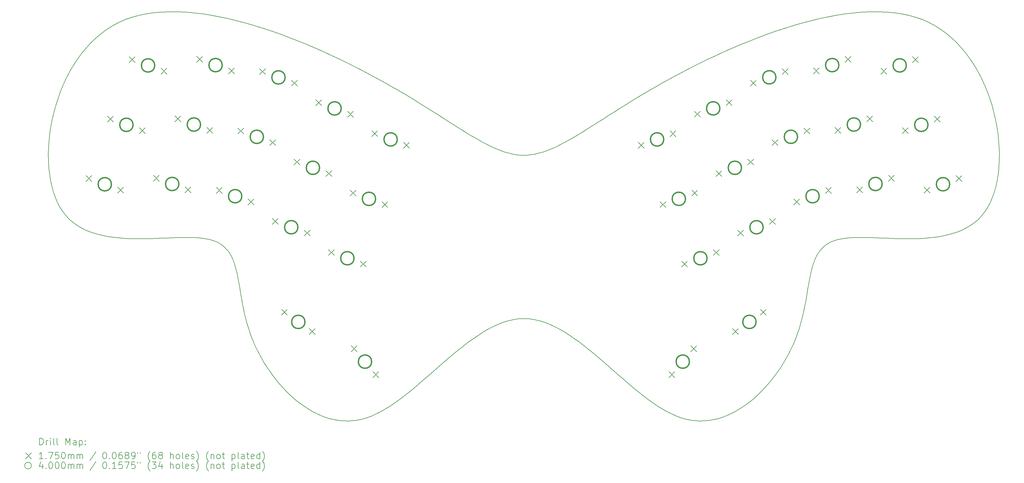
<source format=gbr>
%TF.GenerationSoftware,KiCad,Pcbnew,7.0.1-0*%
%TF.CreationDate,2023-05-23T20:01:44-04:00*%
%TF.ProjectId,fidrildi4,66696472-696c-4646-9934-2e6b69636164,rev?*%
%TF.SameCoordinates,Original*%
%TF.FileFunction,Drillmap*%
%TF.FilePolarity,Positive*%
%FSLAX45Y45*%
G04 Gerber Fmt 4.5, Leading zero omitted, Abs format (unit mm)*
G04 Created by KiCad (PCBNEW 7.0.1-0) date 2023-05-23 20:01:44*
%MOMM*%
%LPD*%
G01*
G04 APERTURE LIST*
%ADD10C,0.200000*%
%ADD11C,0.175000*%
%ADD12C,0.400000*%
G04 APERTURE END LIST*
D10*
X29172495Y-18301494D02*
X29220102Y-18171123D01*
X29263006Y-18041653D01*
X29301620Y-17913246D01*
X29336360Y-17786061D01*
X29367641Y-17660260D01*
X29395876Y-17536002D01*
X29421481Y-17413450D01*
X29444869Y-17292763D01*
X29466456Y-17174103D01*
X29486657Y-17057629D01*
X29505885Y-16943504D01*
X29524555Y-16831886D01*
X29543082Y-16722937D01*
X29561881Y-16616819D01*
X29581366Y-16513690D01*
X29601952Y-16413713D01*
X29624053Y-16317047D01*
X29648083Y-16223854D01*
X29674458Y-16134295D01*
X29703593Y-16048529D01*
X29735900Y-15966717D01*
X29771797Y-15889021D01*
X29811695Y-15815601D01*
X29856012Y-15746618D01*
X29905160Y-15682232D01*
X29959555Y-15622604D01*
X30019611Y-15567894D01*
X30085743Y-15518264D01*
X30158365Y-15473875D01*
X30237892Y-15434886D01*
X30324738Y-15401458D01*
X30419319Y-15373753D01*
X25722592Y-20730241D02*
X25863624Y-20770111D01*
X26003930Y-20798603D01*
X26143367Y-20816108D01*
X26281793Y-20823016D01*
X26419068Y-20819719D01*
X26555049Y-20806608D01*
X26689595Y-20784073D01*
X26822563Y-20752505D01*
X26953814Y-20712295D01*
X27083204Y-20663835D01*
X27210592Y-20607515D01*
X27335837Y-20543726D01*
X27458797Y-20472859D01*
X27579331Y-20395305D01*
X27697295Y-20311454D01*
X27812550Y-20221699D01*
X27924954Y-20126429D01*
X28034364Y-20026036D01*
X28140639Y-19920910D01*
X28243638Y-19811443D01*
X28343218Y-19698025D01*
X28439239Y-19581047D01*
X28531558Y-19460901D01*
X28620034Y-19337977D01*
X28704525Y-19212666D01*
X28784890Y-19085359D01*
X28860987Y-18956447D01*
X28932675Y-18826321D01*
X28999811Y-18695372D01*
X29062254Y-18563990D01*
X29119862Y-18432567D01*
X29172495Y-18301494D01*
X21000000Y-17747000D02*
X21150699Y-17754176D01*
X21301378Y-17775151D01*
X21452021Y-17809101D01*
X21602608Y-17855201D01*
X21753122Y-17912625D01*
X21903544Y-17980551D01*
X22053856Y-18058151D01*
X22204040Y-18144602D01*
X22354078Y-18239080D01*
X22503950Y-18340758D01*
X22653640Y-18448813D01*
X22803129Y-18562420D01*
X22952398Y-18680753D01*
X23101430Y-18802989D01*
X23250206Y-18928302D01*
X23398708Y-19055867D01*
X23546918Y-19184860D01*
X23694817Y-19314456D01*
X23842387Y-19443830D01*
X23989611Y-19572158D01*
X24136469Y-19698615D01*
X24282944Y-19822375D01*
X24429017Y-19942614D01*
X24574670Y-20058508D01*
X24719885Y-20169231D01*
X24864644Y-20273960D01*
X25008928Y-20371868D01*
X25152719Y-20462131D01*
X25296000Y-20543925D01*
X25438751Y-20616424D01*
X25580954Y-20678805D01*
X25722592Y-20730241D01*
X30419319Y-15373753D02*
X30521890Y-15351810D01*
X30632076Y-15335189D01*
X30749346Y-15323328D01*
X30873168Y-15315666D01*
X31003009Y-15311642D01*
X31138337Y-15310693D01*
X31278621Y-15312259D01*
X31423329Y-15315779D01*
X31571928Y-15320691D01*
X31723887Y-15326433D01*
X31878673Y-15332444D01*
X32035755Y-15338164D01*
X32194600Y-15343030D01*
X32354677Y-15346481D01*
X32515453Y-15347956D01*
X32676397Y-15346894D01*
X32836977Y-15342733D01*
X32996660Y-15334911D01*
X33154915Y-15322868D01*
X33311210Y-15306041D01*
X33465012Y-15283871D01*
X33615790Y-15255794D01*
X33763012Y-15221251D01*
X33906145Y-15179679D01*
X34044658Y-15130517D01*
X34178019Y-15073204D01*
X34305696Y-15007179D01*
X34427156Y-14931879D01*
X34541868Y-14846744D01*
X34649299Y-14751213D01*
X34748919Y-14644724D01*
X34840194Y-14526715D01*
X12827484Y-18301484D02*
X12880118Y-18432558D01*
X12937728Y-18563981D01*
X13000173Y-18695363D01*
X13067311Y-18826313D01*
X13139000Y-18956439D01*
X13215098Y-19085352D01*
X13295465Y-19212659D01*
X13379957Y-19337970D01*
X13468435Y-19460894D01*
X13560755Y-19581041D01*
X13656777Y-19698018D01*
X13756359Y-19811436D01*
X13859358Y-19920903D01*
X13965634Y-20026029D01*
X14075045Y-20126422D01*
X14187450Y-20221692D01*
X14302705Y-20311447D01*
X14420671Y-20395297D01*
X14541205Y-20472850D01*
X14664166Y-20543717D01*
X14789412Y-20607505D01*
X14916801Y-20663825D01*
X15046192Y-20712284D01*
X15177444Y-20752492D01*
X15310413Y-20784059D01*
X15444960Y-20806593D01*
X15580942Y-20819703D01*
X15718217Y-20822998D01*
X15856644Y-20816088D01*
X15996082Y-20798581D01*
X16136388Y-20770087D01*
X16277422Y-20730215D01*
X8854148Y-8847092D02*
X8667721Y-8945299D01*
X8489779Y-9056811D01*
X8320334Y-9180808D01*
X8159400Y-9316471D01*
X8006988Y-9462982D01*
X7863111Y-9619521D01*
X7727783Y-9785270D01*
X7601015Y-9959409D01*
X7482821Y-10141121D01*
X7373212Y-10329585D01*
X7272203Y-10523984D01*
X7179804Y-10723498D01*
X7096030Y-10927308D01*
X7020892Y-11134596D01*
X6954404Y-11344542D01*
X6896577Y-11556328D01*
X6847425Y-11769134D01*
X6806960Y-11982143D01*
X6775195Y-12194534D01*
X6752143Y-12405490D01*
X6737816Y-12614191D01*
X6732227Y-12819818D01*
X6735388Y-13021553D01*
X6747312Y-13218576D01*
X6768012Y-13410069D01*
X6797501Y-13595212D01*
X6835790Y-13773188D01*
X6882894Y-13943176D01*
X6938824Y-14104359D01*
X7003593Y-14255917D01*
X7077214Y-14397031D01*
X7159699Y-14526883D01*
X11580638Y-15373780D02*
X11675217Y-15401484D01*
X11762063Y-15434911D01*
X11841589Y-15473899D01*
X11914210Y-15518287D01*
X11980342Y-15567916D01*
X12040397Y-15622624D01*
X12094792Y-15682250D01*
X12143940Y-15746635D01*
X12188256Y-15815617D01*
X12228155Y-15889035D01*
X12264051Y-15966729D01*
X12296360Y-16048539D01*
X12325494Y-16134303D01*
X12351870Y-16223861D01*
X12375902Y-16317052D01*
X12398003Y-16413716D01*
X12418590Y-16513692D01*
X12438076Y-16616819D01*
X12456876Y-16722936D01*
X12475404Y-16831883D01*
X12494076Y-16943499D01*
X12513305Y-17057624D01*
X12533507Y-17174096D01*
X12555096Y-17292756D01*
X12578486Y-17413441D01*
X12604092Y-17535993D01*
X12632329Y-17660249D01*
X12663611Y-17786050D01*
X12698353Y-17913235D01*
X12736970Y-18041643D01*
X12779875Y-18171112D01*
X12827484Y-18301484D01*
X16277422Y-20730215D02*
X16419061Y-20678776D01*
X16561265Y-20616394D01*
X16704016Y-20543893D01*
X16847297Y-20462098D01*
X16991088Y-20371833D01*
X17135372Y-20273924D01*
X17280131Y-20169196D01*
X17425346Y-20058472D01*
X17570999Y-19942578D01*
X17717071Y-19822339D01*
X17863545Y-19698579D01*
X18010403Y-19572123D01*
X18157626Y-19443795D01*
X18305195Y-19314422D01*
X18453093Y-19184827D01*
X18601302Y-19055835D01*
X18749803Y-18928271D01*
X18898578Y-18802959D01*
X19047609Y-18680725D01*
X19196877Y-18562393D01*
X19346365Y-18448789D01*
X19496054Y-18340736D01*
X19645926Y-18239059D01*
X19795963Y-18144584D01*
X19946146Y-18058135D01*
X20096457Y-17980536D01*
X20246879Y-17912614D01*
X20397392Y-17855191D01*
X20547979Y-17809094D01*
X20698622Y-17775146D01*
X20849301Y-17754173D01*
X21000000Y-17747000D01*
X7159699Y-14526883D02*
X7250970Y-14644884D01*
X7350587Y-14751365D01*
X7458016Y-14846889D01*
X7572727Y-14932016D01*
X7694187Y-15007309D01*
X7821864Y-15073327D01*
X7955225Y-15130633D01*
X8093740Y-15179789D01*
X8236875Y-15221355D01*
X8384100Y-15255892D01*
X8534881Y-15283963D01*
X8688687Y-15306128D01*
X8844985Y-15322949D01*
X9003244Y-15334988D01*
X9162931Y-15342805D01*
X9323516Y-15346961D01*
X9484464Y-15348020D01*
X9645245Y-15346541D01*
X9805326Y-15343086D01*
X9964176Y-15338216D01*
X10121262Y-15332493D01*
X10276052Y-15326478D01*
X10428015Y-15320733D01*
X10576617Y-15315819D01*
X10721328Y-15312297D01*
X10861615Y-15310728D01*
X10996946Y-15311675D01*
X11126788Y-15315698D01*
X11250611Y-15323358D01*
X11367881Y-15335218D01*
X11478068Y-15351838D01*
X11580638Y-15373780D01*
X16632662Y-10551588D02*
X16416811Y-10434697D01*
X16194333Y-10317140D01*
X15965715Y-10199396D01*
X15731445Y-10081939D01*
X15492008Y-9965248D01*
X15247894Y-9849800D01*
X14999587Y-9736072D01*
X14747576Y-9624540D01*
X14492348Y-9515682D01*
X14234389Y-9409975D01*
X13974186Y-9307896D01*
X13712226Y-9209921D01*
X13448997Y-9116529D01*
X13184986Y-9028195D01*
X12920679Y-8945397D01*
X12656563Y-8868613D01*
X12393126Y-8798318D01*
X12130854Y-8734991D01*
X11870234Y-8679107D01*
X11611755Y-8631145D01*
X11355901Y-8591581D01*
X11103162Y-8560893D01*
X10854022Y-8539556D01*
X10608970Y-8528049D01*
X10368493Y-8526848D01*
X10133077Y-8536431D01*
X9903210Y-8557274D01*
X9679379Y-8589854D01*
X9462070Y-8634649D01*
X9251770Y-8692136D01*
X9048968Y-8762791D01*
X8854148Y-8847092D01*
X25367370Y-10551572D02*
X25158515Y-10667372D01*
X24956553Y-10781874D01*
X24761261Y-10894920D01*
X24572418Y-11006355D01*
X24389800Y-11116023D01*
X24213186Y-11223768D01*
X24042353Y-11329435D01*
X23877079Y-11432867D01*
X23717141Y-11533909D01*
X23562317Y-11632404D01*
X23412385Y-11728198D01*
X23267122Y-11821133D01*
X23126306Y-11911055D01*
X22989715Y-11997806D01*
X22857126Y-12081232D01*
X22728317Y-12161177D01*
X22603066Y-12237484D01*
X22481150Y-12309998D01*
X22362347Y-12378563D01*
X22246434Y-12443022D01*
X22133189Y-12503221D01*
X22022391Y-12559003D01*
X21913816Y-12610212D01*
X21807242Y-12656693D01*
X21702446Y-12698289D01*
X21599207Y-12734846D01*
X21497303Y-12766205D01*
X21396510Y-12792213D01*
X21296606Y-12812713D01*
X21197370Y-12827549D01*
X21098578Y-12836566D01*
X21000008Y-12839607D01*
X21000008Y-12839607D02*
X20901438Y-12836568D01*
X20802647Y-12827554D01*
X20703410Y-12812720D01*
X20603507Y-12792222D01*
X20502714Y-12766216D01*
X20400810Y-12734858D01*
X20297572Y-12698303D01*
X20192777Y-12656708D01*
X20086204Y-12610229D01*
X19977629Y-12559021D01*
X19866831Y-12503240D01*
X19753587Y-12443042D01*
X19637676Y-12378583D01*
X19518873Y-12310019D01*
X19396958Y-12237506D01*
X19271707Y-12161199D01*
X19142899Y-12081255D01*
X19010311Y-11997829D01*
X18873721Y-11911077D01*
X18732905Y-11821156D01*
X18587643Y-11728220D01*
X18437712Y-11632427D01*
X18282889Y-11533931D01*
X18122951Y-11432889D01*
X17957677Y-11329456D01*
X17786845Y-11223789D01*
X17610231Y-11116043D01*
X17427614Y-11006374D01*
X17238771Y-10894938D01*
X17043479Y-10781892D01*
X16841517Y-10667389D01*
X16632662Y-10551588D01*
X33145834Y-8847105D02*
X32951017Y-8762804D01*
X32748217Y-8692148D01*
X32537919Y-8634661D01*
X32320613Y-8589865D01*
X32096783Y-8557284D01*
X31866918Y-8536440D01*
X31631505Y-8526857D01*
X31391030Y-8528057D01*
X31145980Y-8539563D01*
X30896843Y-8560899D01*
X30644105Y-8591587D01*
X30388254Y-8631150D01*
X30129776Y-8679111D01*
X29869159Y-8734993D01*
X29606889Y-8798320D01*
X29343453Y-8868613D01*
X29079339Y-8945397D01*
X28815034Y-9028194D01*
X28551024Y-9116526D01*
X28287796Y-9209918D01*
X28025838Y-9307891D01*
X27765637Y-9409970D01*
X27507679Y-9515676D01*
X27252451Y-9624533D01*
X27000441Y-9736063D01*
X26752136Y-9849791D01*
X26508022Y-9965238D01*
X26268586Y-10081927D01*
X26034316Y-10199383D01*
X25805699Y-10317127D01*
X25583221Y-10434682D01*
X25367370Y-10551572D01*
X34840194Y-14526715D02*
X34922683Y-14396856D01*
X34996308Y-14255737D01*
X35061081Y-14104176D01*
X35117015Y-13942992D01*
X35164122Y-13773003D01*
X35202415Y-13595029D01*
X35231907Y-13409889D01*
X35252610Y-13218400D01*
X35264538Y-13021383D01*
X35267702Y-12819655D01*
X35262116Y-12614035D01*
X35247792Y-12405343D01*
X35224742Y-12194396D01*
X35192980Y-11982015D01*
X35152518Y-11769016D01*
X35103368Y-11556220D01*
X35045544Y-11344445D01*
X34979058Y-11134510D01*
X34903923Y-10927233D01*
X34820151Y-10723434D01*
X34727755Y-10523931D01*
X34626747Y-10329542D01*
X34517141Y-10141088D01*
X34398949Y-9959385D01*
X34272184Y-9785254D01*
X34136857Y-9619513D01*
X33992983Y-9462980D01*
X33840574Y-9316475D01*
X33679641Y-9180816D01*
X33510198Y-9056823D01*
X33332259Y-8945313D01*
X33145834Y-8847105D01*
D11*
X7859772Y-13450008D02*
X8034772Y-13625008D01*
X8034772Y-13450008D02*
X7859772Y-13625008D01*
X8508772Y-11664008D02*
X8683772Y-11839008D01*
X8683772Y-11664008D02*
X8508772Y-11839008D01*
X8814500Y-13797500D02*
X8989500Y-13972500D01*
X8989500Y-13797500D02*
X8814500Y-13972500D01*
X9158772Y-9879008D02*
X9333772Y-10054008D01*
X9333772Y-9879008D02*
X9158772Y-10054008D01*
X9463500Y-12011500D02*
X9638500Y-12186500D01*
X9638500Y-12011500D02*
X9463500Y-12186500D01*
X9883136Y-13441754D02*
X10058136Y-13616754D01*
X10058136Y-13441754D02*
X9883136Y-13616754D01*
X10113500Y-10226500D02*
X10288500Y-10401500D01*
X10288500Y-10226500D02*
X10113500Y-10401500D01*
X10533500Y-11655500D02*
X10708500Y-11830500D01*
X10708500Y-11655500D02*
X10533500Y-11830500D01*
X10837864Y-13789246D02*
X11012864Y-13964246D01*
X11012864Y-13789246D02*
X10837864Y-13964246D01*
X11184136Y-9869754D02*
X11359136Y-10044754D01*
X11359136Y-9869754D02*
X11184136Y-10044754D01*
X11488228Y-12002992D02*
X11663228Y-12177992D01*
X11663228Y-12002992D02*
X11488228Y-12177992D01*
X11771772Y-13809008D02*
X11946772Y-13984008D01*
X11946772Y-13809008D02*
X11771772Y-13984008D01*
X12138864Y-10217246D02*
X12313864Y-10392246D01*
X12313864Y-10217246D02*
X12138864Y-10392246D01*
X12421500Y-12024500D02*
X12596500Y-12199500D01*
X12596500Y-12024500D02*
X12421500Y-12199500D01*
X12726500Y-14156500D02*
X12901500Y-14331500D01*
X12901500Y-14156500D02*
X12726500Y-14331500D01*
X13071772Y-10239008D02*
X13246772Y-10414008D01*
X13246772Y-10239008D02*
X13071772Y-10414008D01*
X13376228Y-12371992D02*
X13551228Y-12546992D01*
X13551228Y-12371992D02*
X13376228Y-12546992D01*
X13454772Y-14741008D02*
X13629772Y-14916008D01*
X13629772Y-14741008D02*
X13454772Y-14916008D01*
X13728371Y-17468123D02*
X13903371Y-17643123D01*
X13903371Y-17468123D02*
X13728371Y-17643123D01*
X14026500Y-10586500D02*
X14201500Y-10761500D01*
X14201500Y-10586500D02*
X14026500Y-10761500D01*
X14104772Y-12955500D02*
X14279772Y-13130500D01*
X14279772Y-12955500D02*
X14104772Y-13130500D01*
X14409500Y-15088500D02*
X14584500Y-15263500D01*
X14584500Y-15088500D02*
X14409500Y-15263500D01*
X14560629Y-18050877D02*
X14735629Y-18225877D01*
X14735629Y-18050877D02*
X14560629Y-18225877D01*
X14754772Y-11171008D02*
X14929772Y-11346008D01*
X14929772Y-11171008D02*
X14754772Y-11346008D01*
X15059500Y-13302992D02*
X15234500Y-13477992D01*
X15234500Y-13302992D02*
X15059500Y-13477992D01*
X15138772Y-15673008D02*
X15313772Y-15848008D01*
X15313772Y-15673008D02*
X15138772Y-15848008D01*
X15709500Y-11518500D02*
X15884500Y-11693500D01*
X15884500Y-11518500D02*
X15709500Y-11693500D01*
X15786772Y-13888008D02*
X15961772Y-14063008D01*
X15961772Y-13888008D02*
X15786772Y-14063008D01*
X15818964Y-18563349D02*
X15993964Y-18738349D01*
X15993964Y-18563349D02*
X15818964Y-18738349D01*
X16093500Y-16020500D02*
X16268500Y-16195500D01*
X16268500Y-16020500D02*
X16093500Y-16195500D01*
X16436772Y-12102008D02*
X16611772Y-12277008D01*
X16611772Y-12102008D02*
X16436772Y-12277008D01*
X16472036Y-19341651D02*
X16647036Y-19516651D01*
X16647036Y-19341651D02*
X16472036Y-19516651D01*
X16741500Y-14235500D02*
X16916500Y-14410500D01*
X16916500Y-14235500D02*
X16741500Y-14410500D01*
X17391500Y-12449500D02*
X17566500Y-12624500D01*
X17566500Y-12449500D02*
X17391500Y-12624500D01*
X24432240Y-12449874D02*
X24607240Y-12624874D01*
X24607240Y-12449874D02*
X24432240Y-12624874D01*
X25083772Y-14234992D02*
X25258772Y-14409992D01*
X25258772Y-14234992D02*
X25083772Y-14409992D01*
X25352964Y-19341651D02*
X25527964Y-19516651D01*
X25527964Y-19341651D02*
X25352964Y-19516651D01*
X25386968Y-12102381D02*
X25561968Y-12277381D01*
X25561968Y-12102381D02*
X25386968Y-12277381D01*
X25732772Y-16020992D02*
X25907772Y-16195992D01*
X25907772Y-16020992D02*
X25732772Y-16195992D01*
X26006036Y-18563349D02*
X26181036Y-18738349D01*
X26181036Y-18563349D02*
X26006036Y-18738349D01*
X26038500Y-13887500D02*
X26213500Y-14062500D01*
X26213500Y-13887500D02*
X26038500Y-14062500D01*
X26116136Y-11517246D02*
X26291136Y-11692246D01*
X26291136Y-11517246D02*
X26116136Y-11692246D01*
X26687500Y-15673500D02*
X26862500Y-15848500D01*
X26862500Y-15673500D02*
X26687500Y-15848500D01*
X26765772Y-13302992D02*
X26940772Y-13477992D01*
X26940772Y-13302992D02*
X26765772Y-13477992D01*
X27070864Y-11169754D02*
X27245864Y-11344754D01*
X27245864Y-11169754D02*
X27070864Y-11344754D01*
X27264371Y-18050877D02*
X27439371Y-18225877D01*
X27439371Y-18050877D02*
X27264371Y-18225877D01*
X27415500Y-15089500D02*
X27590500Y-15264500D01*
X27590500Y-15089500D02*
X27415500Y-15264500D01*
X27720500Y-12955500D02*
X27895500Y-13130500D01*
X27895500Y-12955500D02*
X27720500Y-13130500D01*
X27798500Y-10584500D02*
X27973500Y-10759500D01*
X27973500Y-10584500D02*
X27798500Y-10759500D01*
X28096629Y-17468123D02*
X28271629Y-17643123D01*
X28271629Y-17468123D02*
X28096629Y-17643123D01*
X28370228Y-14742008D02*
X28545228Y-14917008D01*
X28545228Y-14742008D02*
X28370228Y-14917008D01*
X28447500Y-12371500D02*
X28622500Y-12546500D01*
X28622500Y-12371500D02*
X28447500Y-12546500D01*
X28753228Y-10237008D02*
X28928228Y-10412008D01*
X28928228Y-10237008D02*
X28753228Y-10412008D01*
X29097500Y-14156500D02*
X29272500Y-14331500D01*
X29272500Y-14156500D02*
X29097500Y-14331500D01*
X29402228Y-12024008D02*
X29577228Y-12199008D01*
X29577228Y-12024008D02*
X29402228Y-12199008D01*
X29686500Y-10217500D02*
X29861500Y-10392500D01*
X29861500Y-10217500D02*
X29686500Y-10392500D01*
X30052228Y-13809008D02*
X30227228Y-13984008D01*
X30227228Y-13809008D02*
X30052228Y-13984008D01*
X30336500Y-12002500D02*
X30511500Y-12177500D01*
X30511500Y-12002500D02*
X30336500Y-12177500D01*
X30641228Y-9870008D02*
X30816228Y-10045008D01*
X30816228Y-9870008D02*
X30641228Y-10045008D01*
X30985136Y-13788246D02*
X31160136Y-13963246D01*
X31160136Y-13788246D02*
X30985136Y-13963246D01*
X31291228Y-11655008D02*
X31466228Y-11830008D01*
X31466228Y-11655008D02*
X31291228Y-11830008D01*
X31711500Y-10225500D02*
X31886500Y-10400500D01*
X31886500Y-10225500D02*
X31711500Y-10400500D01*
X31939864Y-13440754D02*
X32114864Y-13615754D01*
X32114864Y-13440754D02*
X31939864Y-13615754D01*
X32360500Y-12011500D02*
X32535500Y-12186500D01*
X32535500Y-12011500D02*
X32360500Y-12186500D01*
X32666228Y-9878008D02*
X32841228Y-10053008D01*
X32841228Y-9878008D02*
X32666228Y-10053008D01*
X33011500Y-13796500D02*
X33186500Y-13971500D01*
X33186500Y-13796500D02*
X33011500Y-13971500D01*
X33315228Y-11664008D02*
X33490228Y-11839008D01*
X33490228Y-11664008D02*
X33315228Y-11839008D01*
X33966228Y-13449008D02*
X34141228Y-13624008D01*
X34141228Y-13449008D02*
X33966228Y-13624008D01*
D12*
X8624636Y-13711254D02*
G75*
G03*
X8624636Y-13711254I-200000J0D01*
G01*
X9273636Y-11925254D02*
G75*
G03*
X9273636Y-11925254I-200000J0D01*
G01*
X9923636Y-10140254D02*
G75*
G03*
X9923636Y-10140254I-200000J0D01*
G01*
X10648000Y-13703000D02*
G75*
G03*
X10648000Y-13703000I-200000J0D01*
G01*
X11298364Y-11916746D02*
G75*
G03*
X11298364Y-11916746I-200000J0D01*
G01*
X11949000Y-10131000D02*
G75*
G03*
X11949000Y-10131000I-200000J0D01*
G01*
X12536636Y-14070254D02*
G75*
G03*
X12536636Y-14070254I-200000J0D01*
G01*
X13186364Y-12285746D02*
G75*
G03*
X13186364Y-12285746I-200000J0D01*
G01*
X13836636Y-10500254D02*
G75*
G03*
X13836636Y-10500254I-200000J0D01*
G01*
X14219636Y-15002254D02*
G75*
G03*
X14219636Y-15002254I-200000J0D01*
G01*
X14432000Y-17847000D02*
G75*
G03*
X14432000Y-17847000I-200000J0D01*
G01*
X14869636Y-13216746D02*
G75*
G03*
X14869636Y-13216746I-200000J0D01*
G01*
X15519636Y-11432254D02*
G75*
G03*
X15519636Y-11432254I-200000J0D01*
G01*
X15903636Y-15934254D02*
G75*
G03*
X15903636Y-15934254I-200000J0D01*
G01*
X16433000Y-19040000D02*
G75*
G03*
X16433000Y-19040000I-200000J0D01*
G01*
X16551636Y-14149254D02*
G75*
G03*
X16551636Y-14149254I-200000J0D01*
G01*
X17201636Y-12363254D02*
G75*
G03*
X17201636Y-12363254I-200000J0D01*
G01*
X25197104Y-12363628D02*
G75*
G03*
X25197104Y-12363628I-200000J0D01*
G01*
X25848636Y-14148746D02*
G75*
G03*
X25848636Y-14148746I-200000J0D01*
G01*
X25967000Y-19040000D02*
G75*
G03*
X25967000Y-19040000I-200000J0D01*
G01*
X26497636Y-15934746D02*
G75*
G03*
X26497636Y-15934746I-200000J0D01*
G01*
X26881000Y-11431000D02*
G75*
G03*
X26881000Y-11431000I-200000J0D01*
G01*
X27530636Y-13216746D02*
G75*
G03*
X27530636Y-13216746I-200000J0D01*
G01*
X27968000Y-17847000D02*
G75*
G03*
X27968000Y-17847000I-200000J0D01*
G01*
X28180364Y-15003254D02*
G75*
G03*
X28180364Y-15003254I-200000J0D01*
G01*
X28563364Y-10498254D02*
G75*
G03*
X28563364Y-10498254I-200000J0D01*
G01*
X29212364Y-12285254D02*
G75*
G03*
X29212364Y-12285254I-200000J0D01*
G01*
X29862364Y-14070254D02*
G75*
G03*
X29862364Y-14070254I-200000J0D01*
G01*
X30451364Y-10131254D02*
G75*
G03*
X30451364Y-10131254I-200000J0D01*
G01*
X31101364Y-11916254D02*
G75*
G03*
X31101364Y-11916254I-200000J0D01*
G01*
X31750000Y-13702000D02*
G75*
G03*
X31750000Y-13702000I-200000J0D01*
G01*
X32476364Y-10139254D02*
G75*
G03*
X32476364Y-10139254I-200000J0D01*
G01*
X33125364Y-11925254D02*
G75*
G03*
X33125364Y-11925254I-200000J0D01*
G01*
X33776364Y-13710254D02*
G75*
G03*
X33776364Y-13710254I-200000J0D01*
G01*
D10*
X6470155Y-21540121D02*
X6470155Y-21340121D01*
X6470155Y-21340121D02*
X6517774Y-21340121D01*
X6517774Y-21340121D02*
X6546346Y-21349645D01*
X6546346Y-21349645D02*
X6565393Y-21368692D01*
X6565393Y-21368692D02*
X6574917Y-21387740D01*
X6574917Y-21387740D02*
X6584441Y-21425835D01*
X6584441Y-21425835D02*
X6584441Y-21454407D01*
X6584441Y-21454407D02*
X6574917Y-21492502D01*
X6574917Y-21492502D02*
X6565393Y-21511549D01*
X6565393Y-21511549D02*
X6546346Y-21530597D01*
X6546346Y-21530597D02*
X6517774Y-21540121D01*
X6517774Y-21540121D02*
X6470155Y-21540121D01*
X6670155Y-21540121D02*
X6670155Y-21406787D01*
X6670155Y-21444883D02*
X6679679Y-21425835D01*
X6679679Y-21425835D02*
X6689203Y-21416311D01*
X6689203Y-21416311D02*
X6708250Y-21406787D01*
X6708250Y-21406787D02*
X6727298Y-21406787D01*
X6793965Y-21540121D02*
X6793965Y-21406787D01*
X6793965Y-21340121D02*
X6784441Y-21349645D01*
X6784441Y-21349645D02*
X6793965Y-21359168D01*
X6793965Y-21359168D02*
X6803489Y-21349645D01*
X6803489Y-21349645D02*
X6793965Y-21340121D01*
X6793965Y-21340121D02*
X6793965Y-21359168D01*
X6917774Y-21540121D02*
X6898727Y-21530597D01*
X6898727Y-21530597D02*
X6889203Y-21511549D01*
X6889203Y-21511549D02*
X6889203Y-21340121D01*
X7022536Y-21540121D02*
X7003489Y-21530597D01*
X7003489Y-21530597D02*
X6993965Y-21511549D01*
X6993965Y-21511549D02*
X6993965Y-21340121D01*
X7251108Y-21540121D02*
X7251108Y-21340121D01*
X7251108Y-21340121D02*
X7317774Y-21482978D01*
X7317774Y-21482978D02*
X7384441Y-21340121D01*
X7384441Y-21340121D02*
X7384441Y-21540121D01*
X7565393Y-21540121D02*
X7565393Y-21435359D01*
X7565393Y-21435359D02*
X7555870Y-21416311D01*
X7555870Y-21416311D02*
X7536822Y-21406787D01*
X7536822Y-21406787D02*
X7498727Y-21406787D01*
X7498727Y-21406787D02*
X7479679Y-21416311D01*
X7565393Y-21530597D02*
X7546346Y-21540121D01*
X7546346Y-21540121D02*
X7498727Y-21540121D01*
X7498727Y-21540121D02*
X7479679Y-21530597D01*
X7479679Y-21530597D02*
X7470155Y-21511549D01*
X7470155Y-21511549D02*
X7470155Y-21492502D01*
X7470155Y-21492502D02*
X7479679Y-21473454D01*
X7479679Y-21473454D02*
X7498727Y-21463930D01*
X7498727Y-21463930D02*
X7546346Y-21463930D01*
X7546346Y-21463930D02*
X7565393Y-21454407D01*
X7660631Y-21406787D02*
X7660631Y-21606787D01*
X7660631Y-21416311D02*
X7679679Y-21406787D01*
X7679679Y-21406787D02*
X7717774Y-21406787D01*
X7717774Y-21406787D02*
X7736822Y-21416311D01*
X7736822Y-21416311D02*
X7746346Y-21425835D01*
X7746346Y-21425835D02*
X7755870Y-21444883D01*
X7755870Y-21444883D02*
X7755870Y-21502026D01*
X7755870Y-21502026D02*
X7746346Y-21521073D01*
X7746346Y-21521073D02*
X7736822Y-21530597D01*
X7736822Y-21530597D02*
X7717774Y-21540121D01*
X7717774Y-21540121D02*
X7679679Y-21540121D01*
X7679679Y-21540121D02*
X7660631Y-21530597D01*
X7841584Y-21521073D02*
X7851108Y-21530597D01*
X7851108Y-21530597D02*
X7841584Y-21540121D01*
X7841584Y-21540121D02*
X7832060Y-21530597D01*
X7832060Y-21530597D02*
X7841584Y-21521073D01*
X7841584Y-21521073D02*
X7841584Y-21540121D01*
X7841584Y-21416311D02*
X7851108Y-21425835D01*
X7851108Y-21425835D02*
X7841584Y-21435359D01*
X7841584Y-21435359D02*
X7832060Y-21425835D01*
X7832060Y-21425835D02*
X7841584Y-21416311D01*
X7841584Y-21416311D02*
X7841584Y-21435359D01*
D11*
X6047536Y-21780097D02*
X6222536Y-21955097D01*
X6222536Y-21780097D02*
X6047536Y-21955097D01*
D10*
X6574917Y-21960121D02*
X6460631Y-21960121D01*
X6517774Y-21960121D02*
X6517774Y-21760121D01*
X6517774Y-21760121D02*
X6498727Y-21788692D01*
X6498727Y-21788692D02*
X6479679Y-21807740D01*
X6479679Y-21807740D02*
X6460631Y-21817264D01*
X6660631Y-21941073D02*
X6670155Y-21950597D01*
X6670155Y-21950597D02*
X6660631Y-21960121D01*
X6660631Y-21960121D02*
X6651108Y-21950597D01*
X6651108Y-21950597D02*
X6660631Y-21941073D01*
X6660631Y-21941073D02*
X6660631Y-21960121D01*
X6736822Y-21760121D02*
X6870155Y-21760121D01*
X6870155Y-21760121D02*
X6784441Y-21960121D01*
X7041584Y-21760121D02*
X6946346Y-21760121D01*
X6946346Y-21760121D02*
X6936822Y-21855359D01*
X6936822Y-21855359D02*
X6946346Y-21845835D01*
X6946346Y-21845835D02*
X6965393Y-21836311D01*
X6965393Y-21836311D02*
X7013012Y-21836311D01*
X7013012Y-21836311D02*
X7032060Y-21845835D01*
X7032060Y-21845835D02*
X7041584Y-21855359D01*
X7041584Y-21855359D02*
X7051108Y-21874407D01*
X7051108Y-21874407D02*
X7051108Y-21922026D01*
X7051108Y-21922026D02*
X7041584Y-21941073D01*
X7041584Y-21941073D02*
X7032060Y-21950597D01*
X7032060Y-21950597D02*
X7013012Y-21960121D01*
X7013012Y-21960121D02*
X6965393Y-21960121D01*
X6965393Y-21960121D02*
X6946346Y-21950597D01*
X6946346Y-21950597D02*
X6936822Y-21941073D01*
X7174917Y-21760121D02*
X7193965Y-21760121D01*
X7193965Y-21760121D02*
X7213012Y-21769645D01*
X7213012Y-21769645D02*
X7222536Y-21779168D01*
X7222536Y-21779168D02*
X7232060Y-21798216D01*
X7232060Y-21798216D02*
X7241584Y-21836311D01*
X7241584Y-21836311D02*
X7241584Y-21883930D01*
X7241584Y-21883930D02*
X7232060Y-21922026D01*
X7232060Y-21922026D02*
X7222536Y-21941073D01*
X7222536Y-21941073D02*
X7213012Y-21950597D01*
X7213012Y-21950597D02*
X7193965Y-21960121D01*
X7193965Y-21960121D02*
X7174917Y-21960121D01*
X7174917Y-21960121D02*
X7155870Y-21950597D01*
X7155870Y-21950597D02*
X7146346Y-21941073D01*
X7146346Y-21941073D02*
X7136822Y-21922026D01*
X7136822Y-21922026D02*
X7127298Y-21883930D01*
X7127298Y-21883930D02*
X7127298Y-21836311D01*
X7127298Y-21836311D02*
X7136822Y-21798216D01*
X7136822Y-21798216D02*
X7146346Y-21779168D01*
X7146346Y-21779168D02*
X7155870Y-21769645D01*
X7155870Y-21769645D02*
X7174917Y-21760121D01*
X7327298Y-21960121D02*
X7327298Y-21826787D01*
X7327298Y-21845835D02*
X7336822Y-21836311D01*
X7336822Y-21836311D02*
X7355870Y-21826787D01*
X7355870Y-21826787D02*
X7384441Y-21826787D01*
X7384441Y-21826787D02*
X7403489Y-21836311D01*
X7403489Y-21836311D02*
X7413012Y-21855359D01*
X7413012Y-21855359D02*
X7413012Y-21960121D01*
X7413012Y-21855359D02*
X7422536Y-21836311D01*
X7422536Y-21836311D02*
X7441584Y-21826787D01*
X7441584Y-21826787D02*
X7470155Y-21826787D01*
X7470155Y-21826787D02*
X7489203Y-21836311D01*
X7489203Y-21836311D02*
X7498727Y-21855359D01*
X7498727Y-21855359D02*
X7498727Y-21960121D01*
X7593965Y-21960121D02*
X7593965Y-21826787D01*
X7593965Y-21845835D02*
X7603489Y-21836311D01*
X7603489Y-21836311D02*
X7622536Y-21826787D01*
X7622536Y-21826787D02*
X7651108Y-21826787D01*
X7651108Y-21826787D02*
X7670155Y-21836311D01*
X7670155Y-21836311D02*
X7679679Y-21855359D01*
X7679679Y-21855359D02*
X7679679Y-21960121D01*
X7679679Y-21855359D02*
X7689203Y-21836311D01*
X7689203Y-21836311D02*
X7708251Y-21826787D01*
X7708251Y-21826787D02*
X7736822Y-21826787D01*
X7736822Y-21826787D02*
X7755870Y-21836311D01*
X7755870Y-21836311D02*
X7765393Y-21855359D01*
X7765393Y-21855359D02*
X7765393Y-21960121D01*
X8155870Y-21750597D02*
X7984441Y-22007740D01*
X8413013Y-21760121D02*
X8432060Y-21760121D01*
X8432060Y-21760121D02*
X8451108Y-21769645D01*
X8451108Y-21769645D02*
X8460632Y-21779168D01*
X8460632Y-21779168D02*
X8470156Y-21798216D01*
X8470156Y-21798216D02*
X8479679Y-21836311D01*
X8479679Y-21836311D02*
X8479679Y-21883930D01*
X8479679Y-21883930D02*
X8470156Y-21922026D01*
X8470156Y-21922026D02*
X8460632Y-21941073D01*
X8460632Y-21941073D02*
X8451108Y-21950597D01*
X8451108Y-21950597D02*
X8432060Y-21960121D01*
X8432060Y-21960121D02*
X8413013Y-21960121D01*
X8413013Y-21960121D02*
X8393965Y-21950597D01*
X8393965Y-21950597D02*
X8384441Y-21941073D01*
X8384441Y-21941073D02*
X8374917Y-21922026D01*
X8374917Y-21922026D02*
X8365394Y-21883930D01*
X8365394Y-21883930D02*
X8365394Y-21836311D01*
X8365394Y-21836311D02*
X8374917Y-21798216D01*
X8374917Y-21798216D02*
X8384441Y-21779168D01*
X8384441Y-21779168D02*
X8393965Y-21769645D01*
X8393965Y-21769645D02*
X8413013Y-21760121D01*
X8565394Y-21941073D02*
X8574917Y-21950597D01*
X8574917Y-21950597D02*
X8565394Y-21960121D01*
X8565394Y-21960121D02*
X8555870Y-21950597D01*
X8555870Y-21950597D02*
X8565394Y-21941073D01*
X8565394Y-21941073D02*
X8565394Y-21960121D01*
X8698727Y-21760121D02*
X8717775Y-21760121D01*
X8717775Y-21760121D02*
X8736822Y-21769645D01*
X8736822Y-21769645D02*
X8746346Y-21779168D01*
X8746346Y-21779168D02*
X8755870Y-21798216D01*
X8755870Y-21798216D02*
X8765394Y-21836311D01*
X8765394Y-21836311D02*
X8765394Y-21883930D01*
X8765394Y-21883930D02*
X8755870Y-21922026D01*
X8755870Y-21922026D02*
X8746346Y-21941073D01*
X8746346Y-21941073D02*
X8736822Y-21950597D01*
X8736822Y-21950597D02*
X8717775Y-21960121D01*
X8717775Y-21960121D02*
X8698727Y-21960121D01*
X8698727Y-21960121D02*
X8679679Y-21950597D01*
X8679679Y-21950597D02*
X8670156Y-21941073D01*
X8670156Y-21941073D02*
X8660632Y-21922026D01*
X8660632Y-21922026D02*
X8651108Y-21883930D01*
X8651108Y-21883930D02*
X8651108Y-21836311D01*
X8651108Y-21836311D02*
X8660632Y-21798216D01*
X8660632Y-21798216D02*
X8670156Y-21779168D01*
X8670156Y-21779168D02*
X8679679Y-21769645D01*
X8679679Y-21769645D02*
X8698727Y-21760121D01*
X8936822Y-21760121D02*
X8898727Y-21760121D01*
X8898727Y-21760121D02*
X8879679Y-21769645D01*
X8879679Y-21769645D02*
X8870156Y-21779168D01*
X8870156Y-21779168D02*
X8851108Y-21807740D01*
X8851108Y-21807740D02*
X8841584Y-21845835D01*
X8841584Y-21845835D02*
X8841584Y-21922026D01*
X8841584Y-21922026D02*
X8851108Y-21941073D01*
X8851108Y-21941073D02*
X8860632Y-21950597D01*
X8860632Y-21950597D02*
X8879679Y-21960121D01*
X8879679Y-21960121D02*
X8917775Y-21960121D01*
X8917775Y-21960121D02*
X8936822Y-21950597D01*
X8936822Y-21950597D02*
X8946346Y-21941073D01*
X8946346Y-21941073D02*
X8955870Y-21922026D01*
X8955870Y-21922026D02*
X8955870Y-21874407D01*
X8955870Y-21874407D02*
X8946346Y-21855359D01*
X8946346Y-21855359D02*
X8936822Y-21845835D01*
X8936822Y-21845835D02*
X8917775Y-21836311D01*
X8917775Y-21836311D02*
X8879679Y-21836311D01*
X8879679Y-21836311D02*
X8860632Y-21845835D01*
X8860632Y-21845835D02*
X8851108Y-21855359D01*
X8851108Y-21855359D02*
X8841584Y-21874407D01*
X9070156Y-21845835D02*
X9051108Y-21836311D01*
X9051108Y-21836311D02*
X9041584Y-21826787D01*
X9041584Y-21826787D02*
X9032060Y-21807740D01*
X9032060Y-21807740D02*
X9032060Y-21798216D01*
X9032060Y-21798216D02*
X9041584Y-21779168D01*
X9041584Y-21779168D02*
X9051108Y-21769645D01*
X9051108Y-21769645D02*
X9070156Y-21760121D01*
X9070156Y-21760121D02*
X9108251Y-21760121D01*
X9108251Y-21760121D02*
X9127298Y-21769645D01*
X9127298Y-21769645D02*
X9136822Y-21779168D01*
X9136822Y-21779168D02*
X9146346Y-21798216D01*
X9146346Y-21798216D02*
X9146346Y-21807740D01*
X9146346Y-21807740D02*
X9136822Y-21826787D01*
X9136822Y-21826787D02*
X9127298Y-21836311D01*
X9127298Y-21836311D02*
X9108251Y-21845835D01*
X9108251Y-21845835D02*
X9070156Y-21845835D01*
X9070156Y-21845835D02*
X9051108Y-21855359D01*
X9051108Y-21855359D02*
X9041584Y-21864883D01*
X9041584Y-21864883D02*
X9032060Y-21883930D01*
X9032060Y-21883930D02*
X9032060Y-21922026D01*
X9032060Y-21922026D02*
X9041584Y-21941073D01*
X9041584Y-21941073D02*
X9051108Y-21950597D01*
X9051108Y-21950597D02*
X9070156Y-21960121D01*
X9070156Y-21960121D02*
X9108251Y-21960121D01*
X9108251Y-21960121D02*
X9127298Y-21950597D01*
X9127298Y-21950597D02*
X9136822Y-21941073D01*
X9136822Y-21941073D02*
X9146346Y-21922026D01*
X9146346Y-21922026D02*
X9146346Y-21883930D01*
X9146346Y-21883930D02*
X9136822Y-21864883D01*
X9136822Y-21864883D02*
X9127298Y-21855359D01*
X9127298Y-21855359D02*
X9108251Y-21845835D01*
X9241584Y-21960121D02*
X9279679Y-21960121D01*
X9279679Y-21960121D02*
X9298727Y-21950597D01*
X9298727Y-21950597D02*
X9308251Y-21941073D01*
X9308251Y-21941073D02*
X9327298Y-21912502D01*
X9327298Y-21912502D02*
X9336822Y-21874407D01*
X9336822Y-21874407D02*
X9336822Y-21798216D01*
X9336822Y-21798216D02*
X9327298Y-21779168D01*
X9327298Y-21779168D02*
X9317775Y-21769645D01*
X9317775Y-21769645D02*
X9298727Y-21760121D01*
X9298727Y-21760121D02*
X9260632Y-21760121D01*
X9260632Y-21760121D02*
X9241584Y-21769645D01*
X9241584Y-21769645D02*
X9232060Y-21779168D01*
X9232060Y-21779168D02*
X9222537Y-21798216D01*
X9222537Y-21798216D02*
X9222537Y-21845835D01*
X9222537Y-21845835D02*
X9232060Y-21864883D01*
X9232060Y-21864883D02*
X9241584Y-21874407D01*
X9241584Y-21874407D02*
X9260632Y-21883930D01*
X9260632Y-21883930D02*
X9298727Y-21883930D01*
X9298727Y-21883930D02*
X9317775Y-21874407D01*
X9317775Y-21874407D02*
X9327298Y-21864883D01*
X9327298Y-21864883D02*
X9336822Y-21845835D01*
X9413013Y-21760121D02*
X9413013Y-21798216D01*
X9489203Y-21760121D02*
X9489203Y-21798216D01*
X9784441Y-22036311D02*
X9774918Y-22026787D01*
X9774918Y-22026787D02*
X9755870Y-21998216D01*
X9755870Y-21998216D02*
X9746346Y-21979168D01*
X9746346Y-21979168D02*
X9736822Y-21950597D01*
X9736822Y-21950597D02*
X9727299Y-21902978D01*
X9727299Y-21902978D02*
X9727299Y-21864883D01*
X9727299Y-21864883D02*
X9736822Y-21817264D01*
X9736822Y-21817264D02*
X9746346Y-21788692D01*
X9746346Y-21788692D02*
X9755870Y-21769645D01*
X9755870Y-21769645D02*
X9774918Y-21741073D01*
X9774918Y-21741073D02*
X9784441Y-21731549D01*
X9946346Y-21760121D02*
X9908251Y-21760121D01*
X9908251Y-21760121D02*
X9889203Y-21769645D01*
X9889203Y-21769645D02*
X9879679Y-21779168D01*
X9879679Y-21779168D02*
X9860632Y-21807740D01*
X9860632Y-21807740D02*
X9851108Y-21845835D01*
X9851108Y-21845835D02*
X9851108Y-21922026D01*
X9851108Y-21922026D02*
X9860632Y-21941073D01*
X9860632Y-21941073D02*
X9870156Y-21950597D01*
X9870156Y-21950597D02*
X9889203Y-21960121D01*
X9889203Y-21960121D02*
X9927299Y-21960121D01*
X9927299Y-21960121D02*
X9946346Y-21950597D01*
X9946346Y-21950597D02*
X9955870Y-21941073D01*
X9955870Y-21941073D02*
X9965394Y-21922026D01*
X9965394Y-21922026D02*
X9965394Y-21874407D01*
X9965394Y-21874407D02*
X9955870Y-21855359D01*
X9955870Y-21855359D02*
X9946346Y-21845835D01*
X9946346Y-21845835D02*
X9927299Y-21836311D01*
X9927299Y-21836311D02*
X9889203Y-21836311D01*
X9889203Y-21836311D02*
X9870156Y-21845835D01*
X9870156Y-21845835D02*
X9860632Y-21855359D01*
X9860632Y-21855359D02*
X9851108Y-21874407D01*
X10079679Y-21845835D02*
X10060632Y-21836311D01*
X10060632Y-21836311D02*
X10051108Y-21826787D01*
X10051108Y-21826787D02*
X10041584Y-21807740D01*
X10041584Y-21807740D02*
X10041584Y-21798216D01*
X10041584Y-21798216D02*
X10051108Y-21779168D01*
X10051108Y-21779168D02*
X10060632Y-21769645D01*
X10060632Y-21769645D02*
X10079679Y-21760121D01*
X10079679Y-21760121D02*
X10117775Y-21760121D01*
X10117775Y-21760121D02*
X10136822Y-21769645D01*
X10136822Y-21769645D02*
X10146346Y-21779168D01*
X10146346Y-21779168D02*
X10155870Y-21798216D01*
X10155870Y-21798216D02*
X10155870Y-21807740D01*
X10155870Y-21807740D02*
X10146346Y-21826787D01*
X10146346Y-21826787D02*
X10136822Y-21836311D01*
X10136822Y-21836311D02*
X10117775Y-21845835D01*
X10117775Y-21845835D02*
X10079679Y-21845835D01*
X10079679Y-21845835D02*
X10060632Y-21855359D01*
X10060632Y-21855359D02*
X10051108Y-21864883D01*
X10051108Y-21864883D02*
X10041584Y-21883930D01*
X10041584Y-21883930D02*
X10041584Y-21922026D01*
X10041584Y-21922026D02*
X10051108Y-21941073D01*
X10051108Y-21941073D02*
X10060632Y-21950597D01*
X10060632Y-21950597D02*
X10079679Y-21960121D01*
X10079679Y-21960121D02*
X10117775Y-21960121D01*
X10117775Y-21960121D02*
X10136822Y-21950597D01*
X10136822Y-21950597D02*
X10146346Y-21941073D01*
X10146346Y-21941073D02*
X10155870Y-21922026D01*
X10155870Y-21922026D02*
X10155870Y-21883930D01*
X10155870Y-21883930D02*
X10146346Y-21864883D01*
X10146346Y-21864883D02*
X10136822Y-21855359D01*
X10136822Y-21855359D02*
X10117775Y-21845835D01*
X10393965Y-21960121D02*
X10393965Y-21760121D01*
X10479680Y-21960121D02*
X10479680Y-21855359D01*
X10479680Y-21855359D02*
X10470156Y-21836311D01*
X10470156Y-21836311D02*
X10451108Y-21826787D01*
X10451108Y-21826787D02*
X10422537Y-21826787D01*
X10422537Y-21826787D02*
X10403489Y-21836311D01*
X10403489Y-21836311D02*
X10393965Y-21845835D01*
X10603489Y-21960121D02*
X10584441Y-21950597D01*
X10584441Y-21950597D02*
X10574918Y-21941073D01*
X10574918Y-21941073D02*
X10565394Y-21922026D01*
X10565394Y-21922026D02*
X10565394Y-21864883D01*
X10565394Y-21864883D02*
X10574918Y-21845835D01*
X10574918Y-21845835D02*
X10584441Y-21836311D01*
X10584441Y-21836311D02*
X10603489Y-21826787D01*
X10603489Y-21826787D02*
X10632061Y-21826787D01*
X10632061Y-21826787D02*
X10651108Y-21836311D01*
X10651108Y-21836311D02*
X10660632Y-21845835D01*
X10660632Y-21845835D02*
X10670156Y-21864883D01*
X10670156Y-21864883D02*
X10670156Y-21922026D01*
X10670156Y-21922026D02*
X10660632Y-21941073D01*
X10660632Y-21941073D02*
X10651108Y-21950597D01*
X10651108Y-21950597D02*
X10632061Y-21960121D01*
X10632061Y-21960121D02*
X10603489Y-21960121D01*
X10784441Y-21960121D02*
X10765394Y-21950597D01*
X10765394Y-21950597D02*
X10755870Y-21931549D01*
X10755870Y-21931549D02*
X10755870Y-21760121D01*
X10936822Y-21950597D02*
X10917775Y-21960121D01*
X10917775Y-21960121D02*
X10879680Y-21960121D01*
X10879680Y-21960121D02*
X10860632Y-21950597D01*
X10860632Y-21950597D02*
X10851108Y-21931549D01*
X10851108Y-21931549D02*
X10851108Y-21855359D01*
X10851108Y-21855359D02*
X10860632Y-21836311D01*
X10860632Y-21836311D02*
X10879680Y-21826787D01*
X10879680Y-21826787D02*
X10917775Y-21826787D01*
X10917775Y-21826787D02*
X10936822Y-21836311D01*
X10936822Y-21836311D02*
X10946346Y-21855359D01*
X10946346Y-21855359D02*
X10946346Y-21874407D01*
X10946346Y-21874407D02*
X10851108Y-21893454D01*
X11022537Y-21950597D02*
X11041584Y-21960121D01*
X11041584Y-21960121D02*
X11079680Y-21960121D01*
X11079680Y-21960121D02*
X11098727Y-21950597D01*
X11098727Y-21950597D02*
X11108251Y-21931549D01*
X11108251Y-21931549D02*
X11108251Y-21922026D01*
X11108251Y-21922026D02*
X11098727Y-21902978D01*
X11098727Y-21902978D02*
X11079680Y-21893454D01*
X11079680Y-21893454D02*
X11051108Y-21893454D01*
X11051108Y-21893454D02*
X11032061Y-21883930D01*
X11032061Y-21883930D02*
X11022537Y-21864883D01*
X11022537Y-21864883D02*
X11022537Y-21855359D01*
X11022537Y-21855359D02*
X11032061Y-21836311D01*
X11032061Y-21836311D02*
X11051108Y-21826787D01*
X11051108Y-21826787D02*
X11079680Y-21826787D01*
X11079680Y-21826787D02*
X11098727Y-21836311D01*
X11174918Y-22036311D02*
X11184442Y-22026787D01*
X11184442Y-22026787D02*
X11203489Y-21998216D01*
X11203489Y-21998216D02*
X11213013Y-21979168D01*
X11213013Y-21979168D02*
X11222537Y-21950597D01*
X11222537Y-21950597D02*
X11232060Y-21902978D01*
X11232060Y-21902978D02*
X11232060Y-21864883D01*
X11232060Y-21864883D02*
X11222537Y-21817264D01*
X11222537Y-21817264D02*
X11213013Y-21788692D01*
X11213013Y-21788692D02*
X11203489Y-21769645D01*
X11203489Y-21769645D02*
X11184442Y-21741073D01*
X11184442Y-21741073D02*
X11174918Y-21731549D01*
X11536822Y-22036311D02*
X11527299Y-22026787D01*
X11527299Y-22026787D02*
X11508251Y-21998216D01*
X11508251Y-21998216D02*
X11498727Y-21979168D01*
X11498727Y-21979168D02*
X11489203Y-21950597D01*
X11489203Y-21950597D02*
X11479680Y-21902978D01*
X11479680Y-21902978D02*
X11479680Y-21864883D01*
X11479680Y-21864883D02*
X11489203Y-21817264D01*
X11489203Y-21817264D02*
X11498727Y-21788692D01*
X11498727Y-21788692D02*
X11508251Y-21769645D01*
X11508251Y-21769645D02*
X11527299Y-21741073D01*
X11527299Y-21741073D02*
X11536822Y-21731549D01*
X11613013Y-21826787D02*
X11613013Y-21960121D01*
X11613013Y-21845835D02*
X11622537Y-21836311D01*
X11622537Y-21836311D02*
X11641584Y-21826787D01*
X11641584Y-21826787D02*
X11670156Y-21826787D01*
X11670156Y-21826787D02*
X11689203Y-21836311D01*
X11689203Y-21836311D02*
X11698727Y-21855359D01*
X11698727Y-21855359D02*
X11698727Y-21960121D01*
X11822537Y-21960121D02*
X11803489Y-21950597D01*
X11803489Y-21950597D02*
X11793965Y-21941073D01*
X11793965Y-21941073D02*
X11784441Y-21922026D01*
X11784441Y-21922026D02*
X11784441Y-21864883D01*
X11784441Y-21864883D02*
X11793965Y-21845835D01*
X11793965Y-21845835D02*
X11803489Y-21836311D01*
X11803489Y-21836311D02*
X11822537Y-21826787D01*
X11822537Y-21826787D02*
X11851108Y-21826787D01*
X11851108Y-21826787D02*
X11870156Y-21836311D01*
X11870156Y-21836311D02*
X11879680Y-21845835D01*
X11879680Y-21845835D02*
X11889203Y-21864883D01*
X11889203Y-21864883D02*
X11889203Y-21922026D01*
X11889203Y-21922026D02*
X11879680Y-21941073D01*
X11879680Y-21941073D02*
X11870156Y-21950597D01*
X11870156Y-21950597D02*
X11851108Y-21960121D01*
X11851108Y-21960121D02*
X11822537Y-21960121D01*
X11946346Y-21826787D02*
X12022537Y-21826787D01*
X11974918Y-21760121D02*
X11974918Y-21931549D01*
X11974918Y-21931549D02*
X11984441Y-21950597D01*
X11984441Y-21950597D02*
X12003489Y-21960121D01*
X12003489Y-21960121D02*
X12022537Y-21960121D01*
X12241584Y-21826787D02*
X12241584Y-22026787D01*
X12241584Y-21836311D02*
X12260632Y-21826787D01*
X12260632Y-21826787D02*
X12298727Y-21826787D01*
X12298727Y-21826787D02*
X12317775Y-21836311D01*
X12317775Y-21836311D02*
X12327299Y-21845835D01*
X12327299Y-21845835D02*
X12336822Y-21864883D01*
X12336822Y-21864883D02*
X12336822Y-21922026D01*
X12336822Y-21922026D02*
X12327299Y-21941073D01*
X12327299Y-21941073D02*
X12317775Y-21950597D01*
X12317775Y-21950597D02*
X12298727Y-21960121D01*
X12298727Y-21960121D02*
X12260632Y-21960121D01*
X12260632Y-21960121D02*
X12241584Y-21950597D01*
X12451108Y-21960121D02*
X12432061Y-21950597D01*
X12432061Y-21950597D02*
X12422537Y-21931549D01*
X12422537Y-21931549D02*
X12422537Y-21760121D01*
X12613013Y-21960121D02*
X12613013Y-21855359D01*
X12613013Y-21855359D02*
X12603489Y-21836311D01*
X12603489Y-21836311D02*
X12584442Y-21826787D01*
X12584442Y-21826787D02*
X12546346Y-21826787D01*
X12546346Y-21826787D02*
X12527299Y-21836311D01*
X12613013Y-21950597D02*
X12593965Y-21960121D01*
X12593965Y-21960121D02*
X12546346Y-21960121D01*
X12546346Y-21960121D02*
X12527299Y-21950597D01*
X12527299Y-21950597D02*
X12517775Y-21931549D01*
X12517775Y-21931549D02*
X12517775Y-21912502D01*
X12517775Y-21912502D02*
X12527299Y-21893454D01*
X12527299Y-21893454D02*
X12546346Y-21883930D01*
X12546346Y-21883930D02*
X12593965Y-21883930D01*
X12593965Y-21883930D02*
X12613013Y-21874407D01*
X12679680Y-21826787D02*
X12755870Y-21826787D01*
X12708251Y-21760121D02*
X12708251Y-21931549D01*
X12708251Y-21931549D02*
X12717775Y-21950597D01*
X12717775Y-21950597D02*
X12736822Y-21960121D01*
X12736822Y-21960121D02*
X12755870Y-21960121D01*
X12898727Y-21950597D02*
X12879680Y-21960121D01*
X12879680Y-21960121D02*
X12841584Y-21960121D01*
X12841584Y-21960121D02*
X12822537Y-21950597D01*
X12822537Y-21950597D02*
X12813013Y-21931549D01*
X12813013Y-21931549D02*
X12813013Y-21855359D01*
X12813013Y-21855359D02*
X12822537Y-21836311D01*
X12822537Y-21836311D02*
X12841584Y-21826787D01*
X12841584Y-21826787D02*
X12879680Y-21826787D01*
X12879680Y-21826787D02*
X12898727Y-21836311D01*
X12898727Y-21836311D02*
X12908251Y-21855359D01*
X12908251Y-21855359D02*
X12908251Y-21874407D01*
X12908251Y-21874407D02*
X12813013Y-21893454D01*
X13079680Y-21960121D02*
X13079680Y-21760121D01*
X13079680Y-21950597D02*
X13060632Y-21960121D01*
X13060632Y-21960121D02*
X13022537Y-21960121D01*
X13022537Y-21960121D02*
X13003489Y-21950597D01*
X13003489Y-21950597D02*
X12993965Y-21941073D01*
X12993965Y-21941073D02*
X12984442Y-21922026D01*
X12984442Y-21922026D02*
X12984442Y-21864883D01*
X12984442Y-21864883D02*
X12993965Y-21845835D01*
X12993965Y-21845835D02*
X13003489Y-21836311D01*
X13003489Y-21836311D02*
X13022537Y-21826787D01*
X13022537Y-21826787D02*
X13060632Y-21826787D01*
X13060632Y-21826787D02*
X13079680Y-21836311D01*
X13155870Y-22036311D02*
X13165394Y-22026787D01*
X13165394Y-22026787D02*
X13184442Y-21998216D01*
X13184442Y-21998216D02*
X13193965Y-21979168D01*
X13193965Y-21979168D02*
X13203489Y-21950597D01*
X13203489Y-21950597D02*
X13213013Y-21902978D01*
X13213013Y-21902978D02*
X13213013Y-21864883D01*
X13213013Y-21864883D02*
X13203489Y-21817264D01*
X13203489Y-21817264D02*
X13193965Y-21788692D01*
X13193965Y-21788692D02*
X13184442Y-21769645D01*
X13184442Y-21769645D02*
X13165394Y-21741073D01*
X13165394Y-21741073D02*
X13155870Y-21731549D01*
X6222536Y-22162597D02*
G75*
G03*
X6222536Y-22162597I-100000J0D01*
G01*
X6555870Y-22121787D02*
X6555870Y-22255121D01*
X6508250Y-22045597D02*
X6460631Y-22188454D01*
X6460631Y-22188454D02*
X6584441Y-22188454D01*
X6660631Y-22236073D02*
X6670155Y-22245597D01*
X6670155Y-22245597D02*
X6660631Y-22255121D01*
X6660631Y-22255121D02*
X6651108Y-22245597D01*
X6651108Y-22245597D02*
X6660631Y-22236073D01*
X6660631Y-22236073D02*
X6660631Y-22255121D01*
X6793965Y-22055121D02*
X6813012Y-22055121D01*
X6813012Y-22055121D02*
X6832060Y-22064645D01*
X6832060Y-22064645D02*
X6841584Y-22074168D01*
X6841584Y-22074168D02*
X6851108Y-22093216D01*
X6851108Y-22093216D02*
X6860631Y-22131311D01*
X6860631Y-22131311D02*
X6860631Y-22178930D01*
X6860631Y-22178930D02*
X6851108Y-22217026D01*
X6851108Y-22217026D02*
X6841584Y-22236073D01*
X6841584Y-22236073D02*
X6832060Y-22245597D01*
X6832060Y-22245597D02*
X6813012Y-22255121D01*
X6813012Y-22255121D02*
X6793965Y-22255121D01*
X6793965Y-22255121D02*
X6774917Y-22245597D01*
X6774917Y-22245597D02*
X6765393Y-22236073D01*
X6765393Y-22236073D02*
X6755870Y-22217026D01*
X6755870Y-22217026D02*
X6746346Y-22178930D01*
X6746346Y-22178930D02*
X6746346Y-22131311D01*
X6746346Y-22131311D02*
X6755870Y-22093216D01*
X6755870Y-22093216D02*
X6765393Y-22074168D01*
X6765393Y-22074168D02*
X6774917Y-22064645D01*
X6774917Y-22064645D02*
X6793965Y-22055121D01*
X6984441Y-22055121D02*
X7003489Y-22055121D01*
X7003489Y-22055121D02*
X7022536Y-22064645D01*
X7022536Y-22064645D02*
X7032060Y-22074168D01*
X7032060Y-22074168D02*
X7041584Y-22093216D01*
X7041584Y-22093216D02*
X7051108Y-22131311D01*
X7051108Y-22131311D02*
X7051108Y-22178930D01*
X7051108Y-22178930D02*
X7041584Y-22217026D01*
X7041584Y-22217026D02*
X7032060Y-22236073D01*
X7032060Y-22236073D02*
X7022536Y-22245597D01*
X7022536Y-22245597D02*
X7003489Y-22255121D01*
X7003489Y-22255121D02*
X6984441Y-22255121D01*
X6984441Y-22255121D02*
X6965393Y-22245597D01*
X6965393Y-22245597D02*
X6955870Y-22236073D01*
X6955870Y-22236073D02*
X6946346Y-22217026D01*
X6946346Y-22217026D02*
X6936822Y-22178930D01*
X6936822Y-22178930D02*
X6936822Y-22131311D01*
X6936822Y-22131311D02*
X6946346Y-22093216D01*
X6946346Y-22093216D02*
X6955870Y-22074168D01*
X6955870Y-22074168D02*
X6965393Y-22064645D01*
X6965393Y-22064645D02*
X6984441Y-22055121D01*
X7174917Y-22055121D02*
X7193965Y-22055121D01*
X7193965Y-22055121D02*
X7213012Y-22064645D01*
X7213012Y-22064645D02*
X7222536Y-22074168D01*
X7222536Y-22074168D02*
X7232060Y-22093216D01*
X7232060Y-22093216D02*
X7241584Y-22131311D01*
X7241584Y-22131311D02*
X7241584Y-22178930D01*
X7241584Y-22178930D02*
X7232060Y-22217026D01*
X7232060Y-22217026D02*
X7222536Y-22236073D01*
X7222536Y-22236073D02*
X7213012Y-22245597D01*
X7213012Y-22245597D02*
X7193965Y-22255121D01*
X7193965Y-22255121D02*
X7174917Y-22255121D01*
X7174917Y-22255121D02*
X7155870Y-22245597D01*
X7155870Y-22245597D02*
X7146346Y-22236073D01*
X7146346Y-22236073D02*
X7136822Y-22217026D01*
X7136822Y-22217026D02*
X7127298Y-22178930D01*
X7127298Y-22178930D02*
X7127298Y-22131311D01*
X7127298Y-22131311D02*
X7136822Y-22093216D01*
X7136822Y-22093216D02*
X7146346Y-22074168D01*
X7146346Y-22074168D02*
X7155870Y-22064645D01*
X7155870Y-22064645D02*
X7174917Y-22055121D01*
X7327298Y-22255121D02*
X7327298Y-22121787D01*
X7327298Y-22140835D02*
X7336822Y-22131311D01*
X7336822Y-22131311D02*
X7355870Y-22121787D01*
X7355870Y-22121787D02*
X7384441Y-22121787D01*
X7384441Y-22121787D02*
X7403489Y-22131311D01*
X7403489Y-22131311D02*
X7413012Y-22150359D01*
X7413012Y-22150359D02*
X7413012Y-22255121D01*
X7413012Y-22150359D02*
X7422536Y-22131311D01*
X7422536Y-22131311D02*
X7441584Y-22121787D01*
X7441584Y-22121787D02*
X7470155Y-22121787D01*
X7470155Y-22121787D02*
X7489203Y-22131311D01*
X7489203Y-22131311D02*
X7498727Y-22150359D01*
X7498727Y-22150359D02*
X7498727Y-22255121D01*
X7593965Y-22255121D02*
X7593965Y-22121787D01*
X7593965Y-22140835D02*
X7603489Y-22131311D01*
X7603489Y-22131311D02*
X7622536Y-22121787D01*
X7622536Y-22121787D02*
X7651108Y-22121787D01*
X7651108Y-22121787D02*
X7670155Y-22131311D01*
X7670155Y-22131311D02*
X7679679Y-22150359D01*
X7679679Y-22150359D02*
X7679679Y-22255121D01*
X7679679Y-22150359D02*
X7689203Y-22131311D01*
X7689203Y-22131311D02*
X7708251Y-22121787D01*
X7708251Y-22121787D02*
X7736822Y-22121787D01*
X7736822Y-22121787D02*
X7755870Y-22131311D01*
X7755870Y-22131311D02*
X7765393Y-22150359D01*
X7765393Y-22150359D02*
X7765393Y-22255121D01*
X8155870Y-22045597D02*
X7984441Y-22302740D01*
X8413013Y-22055121D02*
X8432060Y-22055121D01*
X8432060Y-22055121D02*
X8451108Y-22064645D01*
X8451108Y-22064645D02*
X8460632Y-22074168D01*
X8460632Y-22074168D02*
X8470156Y-22093216D01*
X8470156Y-22093216D02*
X8479679Y-22131311D01*
X8479679Y-22131311D02*
X8479679Y-22178930D01*
X8479679Y-22178930D02*
X8470156Y-22217026D01*
X8470156Y-22217026D02*
X8460632Y-22236073D01*
X8460632Y-22236073D02*
X8451108Y-22245597D01*
X8451108Y-22245597D02*
X8432060Y-22255121D01*
X8432060Y-22255121D02*
X8413013Y-22255121D01*
X8413013Y-22255121D02*
X8393965Y-22245597D01*
X8393965Y-22245597D02*
X8384441Y-22236073D01*
X8384441Y-22236073D02*
X8374917Y-22217026D01*
X8374917Y-22217026D02*
X8365394Y-22178930D01*
X8365394Y-22178930D02*
X8365394Y-22131311D01*
X8365394Y-22131311D02*
X8374917Y-22093216D01*
X8374917Y-22093216D02*
X8384441Y-22074168D01*
X8384441Y-22074168D02*
X8393965Y-22064645D01*
X8393965Y-22064645D02*
X8413013Y-22055121D01*
X8565394Y-22236073D02*
X8574917Y-22245597D01*
X8574917Y-22245597D02*
X8565394Y-22255121D01*
X8565394Y-22255121D02*
X8555870Y-22245597D01*
X8555870Y-22245597D02*
X8565394Y-22236073D01*
X8565394Y-22236073D02*
X8565394Y-22255121D01*
X8765394Y-22255121D02*
X8651108Y-22255121D01*
X8708251Y-22255121D02*
X8708251Y-22055121D01*
X8708251Y-22055121D02*
X8689203Y-22083692D01*
X8689203Y-22083692D02*
X8670156Y-22102740D01*
X8670156Y-22102740D02*
X8651108Y-22112264D01*
X8946346Y-22055121D02*
X8851108Y-22055121D01*
X8851108Y-22055121D02*
X8841584Y-22150359D01*
X8841584Y-22150359D02*
X8851108Y-22140835D01*
X8851108Y-22140835D02*
X8870156Y-22131311D01*
X8870156Y-22131311D02*
X8917775Y-22131311D01*
X8917775Y-22131311D02*
X8936822Y-22140835D01*
X8936822Y-22140835D02*
X8946346Y-22150359D01*
X8946346Y-22150359D02*
X8955870Y-22169407D01*
X8955870Y-22169407D02*
X8955870Y-22217026D01*
X8955870Y-22217026D02*
X8946346Y-22236073D01*
X8946346Y-22236073D02*
X8936822Y-22245597D01*
X8936822Y-22245597D02*
X8917775Y-22255121D01*
X8917775Y-22255121D02*
X8870156Y-22255121D01*
X8870156Y-22255121D02*
X8851108Y-22245597D01*
X8851108Y-22245597D02*
X8841584Y-22236073D01*
X9022537Y-22055121D02*
X9155870Y-22055121D01*
X9155870Y-22055121D02*
X9070156Y-22255121D01*
X9327298Y-22055121D02*
X9232060Y-22055121D01*
X9232060Y-22055121D02*
X9222537Y-22150359D01*
X9222537Y-22150359D02*
X9232060Y-22140835D01*
X9232060Y-22140835D02*
X9251108Y-22131311D01*
X9251108Y-22131311D02*
X9298727Y-22131311D01*
X9298727Y-22131311D02*
X9317775Y-22140835D01*
X9317775Y-22140835D02*
X9327298Y-22150359D01*
X9327298Y-22150359D02*
X9336822Y-22169407D01*
X9336822Y-22169407D02*
X9336822Y-22217026D01*
X9336822Y-22217026D02*
X9327298Y-22236073D01*
X9327298Y-22236073D02*
X9317775Y-22245597D01*
X9317775Y-22245597D02*
X9298727Y-22255121D01*
X9298727Y-22255121D02*
X9251108Y-22255121D01*
X9251108Y-22255121D02*
X9232060Y-22245597D01*
X9232060Y-22245597D02*
X9222537Y-22236073D01*
X9413013Y-22055121D02*
X9413013Y-22093216D01*
X9489203Y-22055121D02*
X9489203Y-22093216D01*
X9784441Y-22331311D02*
X9774918Y-22321787D01*
X9774918Y-22321787D02*
X9755870Y-22293216D01*
X9755870Y-22293216D02*
X9746346Y-22274168D01*
X9746346Y-22274168D02*
X9736822Y-22245597D01*
X9736822Y-22245597D02*
X9727299Y-22197978D01*
X9727299Y-22197978D02*
X9727299Y-22159883D01*
X9727299Y-22159883D02*
X9736822Y-22112264D01*
X9736822Y-22112264D02*
X9746346Y-22083692D01*
X9746346Y-22083692D02*
X9755870Y-22064645D01*
X9755870Y-22064645D02*
X9774918Y-22036073D01*
X9774918Y-22036073D02*
X9784441Y-22026549D01*
X9841584Y-22055121D02*
X9965394Y-22055121D01*
X9965394Y-22055121D02*
X9898727Y-22131311D01*
X9898727Y-22131311D02*
X9927299Y-22131311D01*
X9927299Y-22131311D02*
X9946346Y-22140835D01*
X9946346Y-22140835D02*
X9955870Y-22150359D01*
X9955870Y-22150359D02*
X9965394Y-22169407D01*
X9965394Y-22169407D02*
X9965394Y-22217026D01*
X9965394Y-22217026D02*
X9955870Y-22236073D01*
X9955870Y-22236073D02*
X9946346Y-22245597D01*
X9946346Y-22245597D02*
X9927299Y-22255121D01*
X9927299Y-22255121D02*
X9870156Y-22255121D01*
X9870156Y-22255121D02*
X9851108Y-22245597D01*
X9851108Y-22245597D02*
X9841584Y-22236073D01*
X10136822Y-22121787D02*
X10136822Y-22255121D01*
X10089203Y-22045597D02*
X10041584Y-22188454D01*
X10041584Y-22188454D02*
X10165394Y-22188454D01*
X10393965Y-22255121D02*
X10393965Y-22055121D01*
X10479680Y-22255121D02*
X10479680Y-22150359D01*
X10479680Y-22150359D02*
X10470156Y-22131311D01*
X10470156Y-22131311D02*
X10451108Y-22121787D01*
X10451108Y-22121787D02*
X10422537Y-22121787D01*
X10422537Y-22121787D02*
X10403489Y-22131311D01*
X10403489Y-22131311D02*
X10393965Y-22140835D01*
X10603489Y-22255121D02*
X10584441Y-22245597D01*
X10584441Y-22245597D02*
X10574918Y-22236073D01*
X10574918Y-22236073D02*
X10565394Y-22217026D01*
X10565394Y-22217026D02*
X10565394Y-22159883D01*
X10565394Y-22159883D02*
X10574918Y-22140835D01*
X10574918Y-22140835D02*
X10584441Y-22131311D01*
X10584441Y-22131311D02*
X10603489Y-22121787D01*
X10603489Y-22121787D02*
X10632061Y-22121787D01*
X10632061Y-22121787D02*
X10651108Y-22131311D01*
X10651108Y-22131311D02*
X10660632Y-22140835D01*
X10660632Y-22140835D02*
X10670156Y-22159883D01*
X10670156Y-22159883D02*
X10670156Y-22217026D01*
X10670156Y-22217026D02*
X10660632Y-22236073D01*
X10660632Y-22236073D02*
X10651108Y-22245597D01*
X10651108Y-22245597D02*
X10632061Y-22255121D01*
X10632061Y-22255121D02*
X10603489Y-22255121D01*
X10784441Y-22255121D02*
X10765394Y-22245597D01*
X10765394Y-22245597D02*
X10755870Y-22226549D01*
X10755870Y-22226549D02*
X10755870Y-22055121D01*
X10936822Y-22245597D02*
X10917775Y-22255121D01*
X10917775Y-22255121D02*
X10879680Y-22255121D01*
X10879680Y-22255121D02*
X10860632Y-22245597D01*
X10860632Y-22245597D02*
X10851108Y-22226549D01*
X10851108Y-22226549D02*
X10851108Y-22150359D01*
X10851108Y-22150359D02*
X10860632Y-22131311D01*
X10860632Y-22131311D02*
X10879680Y-22121787D01*
X10879680Y-22121787D02*
X10917775Y-22121787D01*
X10917775Y-22121787D02*
X10936822Y-22131311D01*
X10936822Y-22131311D02*
X10946346Y-22150359D01*
X10946346Y-22150359D02*
X10946346Y-22169407D01*
X10946346Y-22169407D02*
X10851108Y-22188454D01*
X11022537Y-22245597D02*
X11041584Y-22255121D01*
X11041584Y-22255121D02*
X11079680Y-22255121D01*
X11079680Y-22255121D02*
X11098727Y-22245597D01*
X11098727Y-22245597D02*
X11108251Y-22226549D01*
X11108251Y-22226549D02*
X11108251Y-22217026D01*
X11108251Y-22217026D02*
X11098727Y-22197978D01*
X11098727Y-22197978D02*
X11079680Y-22188454D01*
X11079680Y-22188454D02*
X11051108Y-22188454D01*
X11051108Y-22188454D02*
X11032061Y-22178930D01*
X11032061Y-22178930D02*
X11022537Y-22159883D01*
X11022537Y-22159883D02*
X11022537Y-22150359D01*
X11022537Y-22150359D02*
X11032061Y-22131311D01*
X11032061Y-22131311D02*
X11051108Y-22121787D01*
X11051108Y-22121787D02*
X11079680Y-22121787D01*
X11079680Y-22121787D02*
X11098727Y-22131311D01*
X11174918Y-22331311D02*
X11184442Y-22321787D01*
X11184442Y-22321787D02*
X11203489Y-22293216D01*
X11203489Y-22293216D02*
X11213013Y-22274168D01*
X11213013Y-22274168D02*
X11222537Y-22245597D01*
X11222537Y-22245597D02*
X11232060Y-22197978D01*
X11232060Y-22197978D02*
X11232060Y-22159883D01*
X11232060Y-22159883D02*
X11222537Y-22112264D01*
X11222537Y-22112264D02*
X11213013Y-22083692D01*
X11213013Y-22083692D02*
X11203489Y-22064645D01*
X11203489Y-22064645D02*
X11184442Y-22036073D01*
X11184442Y-22036073D02*
X11174918Y-22026549D01*
X11536822Y-22331311D02*
X11527299Y-22321787D01*
X11527299Y-22321787D02*
X11508251Y-22293216D01*
X11508251Y-22293216D02*
X11498727Y-22274168D01*
X11498727Y-22274168D02*
X11489203Y-22245597D01*
X11489203Y-22245597D02*
X11479680Y-22197978D01*
X11479680Y-22197978D02*
X11479680Y-22159883D01*
X11479680Y-22159883D02*
X11489203Y-22112264D01*
X11489203Y-22112264D02*
X11498727Y-22083692D01*
X11498727Y-22083692D02*
X11508251Y-22064645D01*
X11508251Y-22064645D02*
X11527299Y-22036073D01*
X11527299Y-22036073D02*
X11536822Y-22026549D01*
X11613013Y-22121787D02*
X11613013Y-22255121D01*
X11613013Y-22140835D02*
X11622537Y-22131311D01*
X11622537Y-22131311D02*
X11641584Y-22121787D01*
X11641584Y-22121787D02*
X11670156Y-22121787D01*
X11670156Y-22121787D02*
X11689203Y-22131311D01*
X11689203Y-22131311D02*
X11698727Y-22150359D01*
X11698727Y-22150359D02*
X11698727Y-22255121D01*
X11822537Y-22255121D02*
X11803489Y-22245597D01*
X11803489Y-22245597D02*
X11793965Y-22236073D01*
X11793965Y-22236073D02*
X11784441Y-22217026D01*
X11784441Y-22217026D02*
X11784441Y-22159883D01*
X11784441Y-22159883D02*
X11793965Y-22140835D01*
X11793965Y-22140835D02*
X11803489Y-22131311D01*
X11803489Y-22131311D02*
X11822537Y-22121787D01*
X11822537Y-22121787D02*
X11851108Y-22121787D01*
X11851108Y-22121787D02*
X11870156Y-22131311D01*
X11870156Y-22131311D02*
X11879680Y-22140835D01*
X11879680Y-22140835D02*
X11889203Y-22159883D01*
X11889203Y-22159883D02*
X11889203Y-22217026D01*
X11889203Y-22217026D02*
X11879680Y-22236073D01*
X11879680Y-22236073D02*
X11870156Y-22245597D01*
X11870156Y-22245597D02*
X11851108Y-22255121D01*
X11851108Y-22255121D02*
X11822537Y-22255121D01*
X11946346Y-22121787D02*
X12022537Y-22121787D01*
X11974918Y-22055121D02*
X11974918Y-22226549D01*
X11974918Y-22226549D02*
X11984441Y-22245597D01*
X11984441Y-22245597D02*
X12003489Y-22255121D01*
X12003489Y-22255121D02*
X12022537Y-22255121D01*
X12241584Y-22121787D02*
X12241584Y-22321787D01*
X12241584Y-22131311D02*
X12260632Y-22121787D01*
X12260632Y-22121787D02*
X12298727Y-22121787D01*
X12298727Y-22121787D02*
X12317775Y-22131311D01*
X12317775Y-22131311D02*
X12327299Y-22140835D01*
X12327299Y-22140835D02*
X12336822Y-22159883D01*
X12336822Y-22159883D02*
X12336822Y-22217026D01*
X12336822Y-22217026D02*
X12327299Y-22236073D01*
X12327299Y-22236073D02*
X12317775Y-22245597D01*
X12317775Y-22245597D02*
X12298727Y-22255121D01*
X12298727Y-22255121D02*
X12260632Y-22255121D01*
X12260632Y-22255121D02*
X12241584Y-22245597D01*
X12451108Y-22255121D02*
X12432061Y-22245597D01*
X12432061Y-22245597D02*
X12422537Y-22226549D01*
X12422537Y-22226549D02*
X12422537Y-22055121D01*
X12613013Y-22255121D02*
X12613013Y-22150359D01*
X12613013Y-22150359D02*
X12603489Y-22131311D01*
X12603489Y-22131311D02*
X12584442Y-22121787D01*
X12584442Y-22121787D02*
X12546346Y-22121787D01*
X12546346Y-22121787D02*
X12527299Y-22131311D01*
X12613013Y-22245597D02*
X12593965Y-22255121D01*
X12593965Y-22255121D02*
X12546346Y-22255121D01*
X12546346Y-22255121D02*
X12527299Y-22245597D01*
X12527299Y-22245597D02*
X12517775Y-22226549D01*
X12517775Y-22226549D02*
X12517775Y-22207502D01*
X12517775Y-22207502D02*
X12527299Y-22188454D01*
X12527299Y-22188454D02*
X12546346Y-22178930D01*
X12546346Y-22178930D02*
X12593965Y-22178930D01*
X12593965Y-22178930D02*
X12613013Y-22169407D01*
X12679680Y-22121787D02*
X12755870Y-22121787D01*
X12708251Y-22055121D02*
X12708251Y-22226549D01*
X12708251Y-22226549D02*
X12717775Y-22245597D01*
X12717775Y-22245597D02*
X12736822Y-22255121D01*
X12736822Y-22255121D02*
X12755870Y-22255121D01*
X12898727Y-22245597D02*
X12879680Y-22255121D01*
X12879680Y-22255121D02*
X12841584Y-22255121D01*
X12841584Y-22255121D02*
X12822537Y-22245597D01*
X12822537Y-22245597D02*
X12813013Y-22226549D01*
X12813013Y-22226549D02*
X12813013Y-22150359D01*
X12813013Y-22150359D02*
X12822537Y-22131311D01*
X12822537Y-22131311D02*
X12841584Y-22121787D01*
X12841584Y-22121787D02*
X12879680Y-22121787D01*
X12879680Y-22121787D02*
X12898727Y-22131311D01*
X12898727Y-22131311D02*
X12908251Y-22150359D01*
X12908251Y-22150359D02*
X12908251Y-22169407D01*
X12908251Y-22169407D02*
X12813013Y-22188454D01*
X13079680Y-22255121D02*
X13079680Y-22055121D01*
X13079680Y-22245597D02*
X13060632Y-22255121D01*
X13060632Y-22255121D02*
X13022537Y-22255121D01*
X13022537Y-22255121D02*
X13003489Y-22245597D01*
X13003489Y-22245597D02*
X12993965Y-22236073D01*
X12993965Y-22236073D02*
X12984442Y-22217026D01*
X12984442Y-22217026D02*
X12984442Y-22159883D01*
X12984442Y-22159883D02*
X12993965Y-22140835D01*
X12993965Y-22140835D02*
X13003489Y-22131311D01*
X13003489Y-22131311D02*
X13022537Y-22121787D01*
X13022537Y-22121787D02*
X13060632Y-22121787D01*
X13060632Y-22121787D02*
X13079680Y-22131311D01*
X13155870Y-22331311D02*
X13165394Y-22321787D01*
X13165394Y-22321787D02*
X13184442Y-22293216D01*
X13184442Y-22293216D02*
X13193965Y-22274168D01*
X13193965Y-22274168D02*
X13203489Y-22245597D01*
X13203489Y-22245597D02*
X13213013Y-22197978D01*
X13213013Y-22197978D02*
X13213013Y-22159883D01*
X13213013Y-22159883D02*
X13203489Y-22112264D01*
X13203489Y-22112264D02*
X13193965Y-22083692D01*
X13193965Y-22083692D02*
X13184442Y-22064645D01*
X13184442Y-22064645D02*
X13165394Y-22036073D01*
X13165394Y-22036073D02*
X13155870Y-22026549D01*
M02*

</source>
